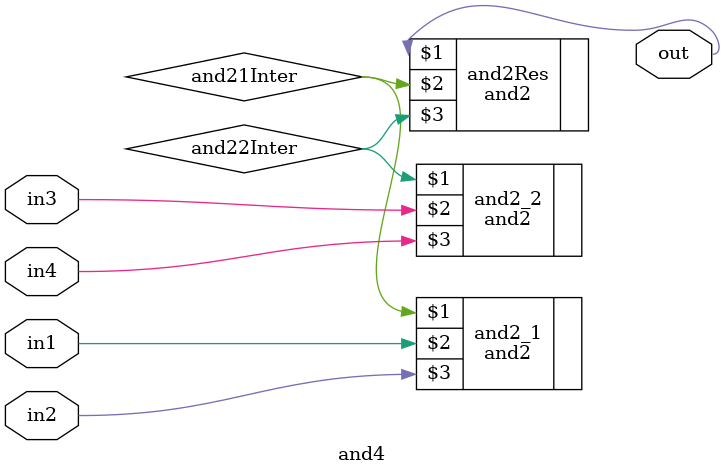
<source format=v>
/*

    CS 552 Spring '23
    
    5 input AND
*/
`default_nettype none
module and4(out, in1, in2, in3, in4);
    output wire out;
    input wire in1, in2, in3, in4;

    wire and21Inter, and22Inter;

    and2 and2_1(and21Inter, in1, in2);
    and2 and2_2(and22Inter, in3, in4);
    and2 and2Res(out, and21Inter, and22Inter);
endmodule
`default_nettype wire

</source>
